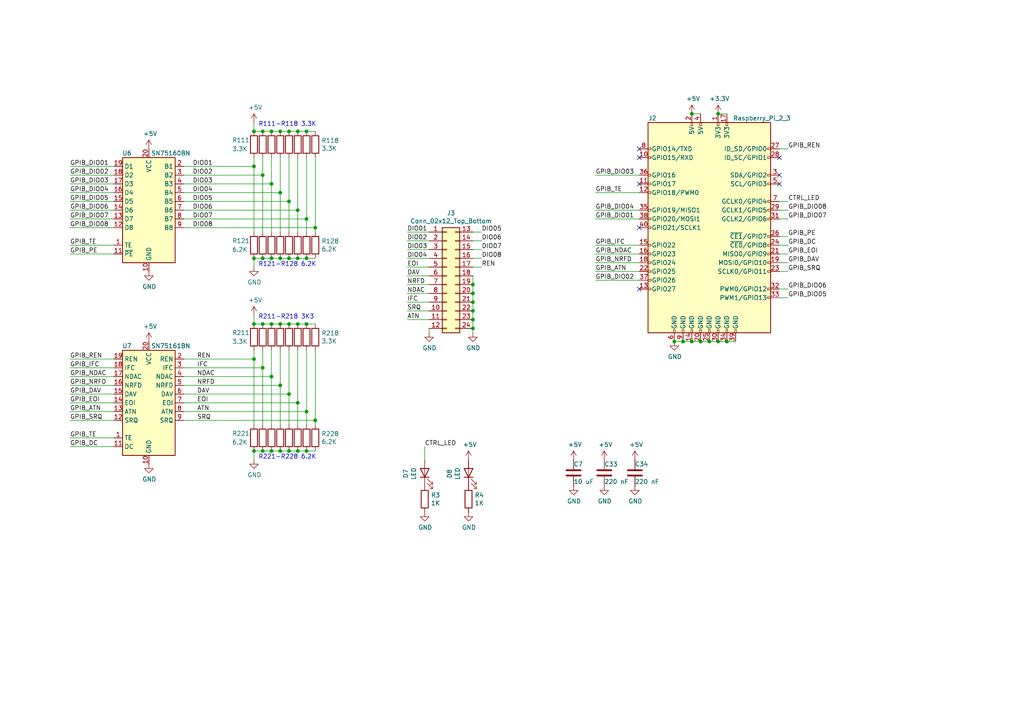
<source format=kicad_sch>
(kicad_sch (version 20211123) (generator eeschema)
  (paper "A4")
  (title_block (title "gpib4pi-1.2") (company "Lightside Instruments AS"))
  (lib_symbols
    (symbol "Connector:Raspberry_Pi_2_3" (pin_names (offset 1.016))
      (property "Reference" "J" (at -17.78 31.75 0))
      (property "Value" "Raspberry_Pi_2_3" (at 10.16 -31.75 0))
      (symbol "Raspberry_Pi_2_3_0_1"
        (rectangle (start -17.78 30.48) (end 17.78 -30.48) (stroke (width 0.254)) (fill (type background)))
      )
      (symbol "Raspberry_Pi_2_3_1_1"
        (rectangle (start -16.891 -17.526) (end -17.78 -18.034))
        (rectangle (start -16.891 -14.986) (end -17.78 -15.494))
        (rectangle (start -16.891 -12.446) (end -17.78 -12.954))
        (rectangle (start -16.891 -9.906) (end -17.78 -10.414))
        (rectangle (start -16.891 -7.366) (end -17.78 -7.874))
        (rectangle (start -16.891 -4.826) (end -17.78 -5.334))
        (rectangle (start -16.891 0.254) (end -17.78 -0.254))
        (rectangle (start -16.891 2.794) (end -17.78 2.286))
        (rectangle (start -16.891 5.334) (end -17.78 4.826))
        (rectangle (start -16.891 10.414) (end -17.78 9.906))
        (rectangle (start -16.891 12.954) (end -17.78 12.446))
        (rectangle (start -16.891 15.494) (end -17.78 14.986))
        (rectangle (start -16.891 20.574) (end -17.78 20.066))
        (rectangle (start -16.891 23.114) (end -17.78 22.606))
        (rectangle (start -10.414 -29.591) (end -9.906 -30.48))
        (rectangle (start -7.874 -29.591) (end -7.366 -30.48))
        (rectangle (start -5.334 -29.591) (end -4.826 -30.48))
        (rectangle (start -5.334 30.48) (end -4.826 29.591))
        (rectangle (start -2.794 -29.591) (end -2.286 -30.48))
        (rectangle (start -2.794 30.48) (end -2.286 29.591))
        (rectangle (start -0.254 -29.591) (end 0.254 -30.48))
        (rectangle (start 2.286 -29.591) (end 2.794 -30.48))
        (rectangle (start 2.286 30.48) (end 2.794 29.591))
        (rectangle (start 4.826 -29.591) (end 5.334 -30.48))
        (rectangle (start 4.826 30.48) (end 5.334 29.591))
        (rectangle (start 7.366 -29.591) (end 7.874 -30.48))
        (rectangle (start 17.78 -20.066) (end 16.891 -20.574))
        (rectangle (start 17.78 -17.526) (end 16.891 -18.034))
        (rectangle (start 17.78 -12.446) (end 16.891 -12.954))
        (rectangle (start 17.78 -9.906) (end 16.891 -10.414))
        (rectangle (start 17.78 -7.366) (end 16.891 -7.874))
        (rectangle (start 17.78 -4.826) (end 16.891 -5.334))
        (rectangle (start 17.78 -2.286) (end 16.891 -2.794))
        (rectangle (start 17.78 2.794) (end 16.891 2.286))
        (rectangle (start 17.78 5.334) (end 16.891 4.826))
        (rectangle (start 17.78 7.874) (end 16.891 7.366))
        (rectangle (start 17.78 12.954) (end 16.891 12.446))
        (rectangle (start 17.78 15.494) (end 16.891 14.986))
        (rectangle (start 17.78 20.574) (end 16.891 20.066))
        (rectangle (start 17.78 23.114) (end 16.891 22.606))
        (pin power_in line (at 2.54 33.02 270) (length 2.54) (name "3V3") (number "1"))
        (pin bidirectional line (at -20.32 20.32 0) (length 2.54) (name "GPIO15/RXD") (number "10"))
        (pin bidirectional line (at -20.32 12.7 0) (length 2.54) (name "GPIO17") (number "11"))
        (pin bidirectional line (at -20.32 10.16 0) (length 2.54) (name "GPIO18/PWM0") (number "12"))
        (pin bidirectional line (at -20.32 -17.78 0) (length 2.54) (name "GPIO27") (number "13"))
        (pin power_in line (at -5.08 -33.02 90) (length 2.54) (name "GND") (number "14"))
        (pin bidirectional line (at -20.32 -5.08 0) (length 2.54) (name "GPIO22") (number "15"))
        (pin bidirectional line (at -20.32 -7.62 0) (length 2.54) (name "GPIO23") (number "16"))
        (pin power_in line (at 5.08 33.02 270) (length 2.54) (name "3V3") (number "17"))
        (pin bidirectional line (at -20.32 -10.16 0) (length 2.54) (name "GPIO24") (number "18"))
        (pin bidirectional line (at 20.32 -10.16 180) (length 2.54) (name "MOSI0/GPIO10") (number "19"))
        (pin power_in line (at -5.08 33.02 270) (length 2.54) (name "5V") (number "2"))
        (pin power_in line (at -2.54 -33.02 90) (length 2.54) (name "GND") (number "20"))
        (pin bidirectional line (at 20.32 -7.62 180) (length 2.54) (name "MISO0/GPIO9") (number "21"))
        (pin bidirectional line (at -20.32 -12.7 0) (length 2.54) (name "GPIO25") (number "22"))
        (pin bidirectional line (at 20.32 -12.7 180) (length 2.54) (name "SCLK0/GPIO11") (number "23"))
        (pin bidirectional line (at 20.32 -5.08 180) (length 2.54) (name "~{CE0}/GPIO8") (number "24"))
        (pin power_in line (at 0 -33.02 90) (length 2.54) (name "GND") (number "25"))
        (pin bidirectional line (at 20.32 -2.54 180) (length 2.54) (name "~{CE1}/GPIO7") (number "26"))
        (pin bidirectional line (at 20.32 22.86 180) (length 2.54) (name "ID_SD/GPIO0") (number "27"))
        (pin bidirectional line (at 20.32 20.32 180) (length 2.54) (name "ID_SC/GPIO1") (number "28"))
        (pin bidirectional line (at 20.32 5.08 180) (length 2.54) (name "GCLK1/GPIO5") (number "29"))
        (pin bidirectional line (at 20.32 15.24 180) (length 2.54) (name "SDA/GPIO2") (number "3"))
        (pin power_in line (at 2.54 -33.02 90) (length 2.54) (name "GND") (number "30"))
        (pin bidirectional line (at 20.32 2.54 180) (length 2.54) (name "GCLK2/GPIO6") (number "31"))
        (pin bidirectional line (at 20.32 -17.78 180) (length 2.54) (name "PWM0/GPIO12") (number "32"))
        (pin bidirectional line (at 20.32 -20.32 180) (length 2.54) (name "PWM1/GPIO13") (number "33"))
        (pin power_in line (at 5.08 -33.02 90) (length 2.54) (name "GND") (number "34"))
        (pin bidirectional line (at -20.32 5.08 0) (length 2.54) (name "GPIO19/MISO1") (number "35"))
        (pin bidirectional line (at -20.32 15.24 0) (length 2.54) (name "GPIO16") (number "36"))
        (pin bidirectional line (at -20.32 -15.24 0) (length 2.54) (name "GPIO26") (number "37"))
        (pin bidirectional line (at -20.32 2.54 0) (length 2.54) (name "GPIO20/MOSI1") (number "38"))
        (pin power_in line (at 7.62 -33.02 90) (length 2.54) (name "GND") (number "39"))
        (pin power_in line (at -2.54 33.02 270) (length 2.54) (name "5V") (number "4"))
        (pin bidirectional line (at -20.32 0 0) (length 2.54) (name "GPIO21/SCLK1") (number "40"))
        (pin bidirectional line (at 20.32 12.7 180) (length 2.54) (name "SCL/GPIO3") (number "5"))
        (pin power_in line (at -10.16 -33.02 90) (length 2.54) (name "GND") (number "6"))
        (pin bidirectional line (at 20.32 7.62 180) (length 2.54) (name "GCLK0/GPIO4") (number "7"))
        (pin bidirectional line (at -20.32 22.86 0) (length 2.54) (name "GPIO14/TXD") (number "8"))
        (pin power_in line (at -7.62 -33.02 90) (length 2.54) (name "GND") (number "9"))
      )
    )
    (symbol "Connector_Generic:Conn_02x12_Top_Bottom" (pin_names (offset 1.016) hide)
      (property "Reference" "J" (at 1.27 15.24 0))
      (property "Value" "Conn_02x12_Top_Bottom" (at 1.27 -17.78 0))
      (symbol "Conn_02x12_Top_Bottom_1_1"
        (rectangle (start -1.27 -15.113) (end 0 -15.367) (stroke (width 0.1524)))
        (rectangle (start -1.27 -12.573) (end 0 -12.827) (stroke (width 0.1524)))
        (rectangle (start -1.27 -10.033) (end 0 -10.287) (stroke (width 0.1524)))
        (rectangle (start -1.27 -7.493) (end 0 -7.747) (stroke (width 0.1524)))
        (rectangle (start -1.27 -4.953) (end 0 -5.207) (stroke (width 0.1524)))
        (rectangle (start -1.27 -2.413) (end 0 -2.667) (stroke (width 0.1524)))
        (rectangle (start -1.27 0.127) (end 0 -0.127) (stroke (width 0.1524)))
        (rectangle (start -1.27 2.667) (end 0 2.413) (stroke (width 0.1524)))
        (rectangle (start -1.27 5.207) (end 0 4.953) (stroke (width 0.1524)))
        (rectangle (start -1.27 7.747) (end 0 7.493) (stroke (width 0.1524)))
        (rectangle (start -1.27 10.287) (end 0 10.033) (stroke (width 0.1524)))
        (rectangle (start -1.27 12.827) (end 0 12.573) (stroke (width 0.1524)))
        (rectangle (start -1.27 13.97) (end 3.81 -16.51) (stroke (width 0.254)) (fill (type background)))
        (rectangle (start 3.81 -15.113) (end 2.54 -15.367) (stroke (width 0.1524)))
        (rectangle (start 3.81 -12.573) (end 2.54 -12.827) (stroke (width 0.1524)))
        (rectangle (start 3.81 -10.033) (end 2.54 -10.287) (stroke (width 0.1524)))
        (rectangle (start 3.81 -7.493) (end 2.54 -7.747) (stroke (width 0.1524)))
        (rectangle (start 3.81 -4.953) (end 2.54 -5.207) (stroke (width 0.1524)))
        (rectangle (start 3.81 -2.413) (end 2.54 -2.667) (stroke (width 0.1524)))
        (rectangle (start 3.81 0.127) (end 2.54 -0.127) (stroke (width 0.1524)))
        (rectangle (start 3.81 2.667) (end 2.54 2.413) (stroke (width 0.1524)))
        (rectangle (start 3.81 5.207) (end 2.54 4.953) (stroke (width 0.1524)))
        (rectangle (start 3.81 7.747) (end 2.54 7.493) (stroke (width 0.1524)))
        (rectangle (start 3.81 10.287) (end 2.54 10.033) (stroke (width 0.1524)))
        (rectangle (start 3.81 12.827) (end 2.54 12.573) (stroke (width 0.1524)))
        (pin passive line (at -5.08 12.7 0) (length 3.81) (name "Pin_1") (number "1"))
        (pin passive line (at -5.08 -10.16 0) (length 3.81) (name "Pin_10") (number "10"))
        (pin passive line (at -5.08 -12.7 0) (length 3.81) (name "Pin_11") (number "11"))
        (pin passive line (at -5.08 -15.24 0) (length 3.81) (name "Pin_12") (number "12"))
        (pin passive line (at 7.62 12.7 180) (length 3.81) (name "Pin_13") (number "13"))
        (pin passive line (at 7.62 10.16 180) (length 3.81) (name "Pin_14") (number "14"))
        (pin passive line (at 7.62 7.62 180) (length 3.81) (name "Pin_15") (number "15"))
        (pin passive line (at 7.62 5.08 180) (length 3.81) (name "Pin_16") (number "16"))
        (pin passive line (at 7.62 2.54 180) (length 3.81) (name "Pin_17") (number "17"))
        (pin passive line (at 7.62 0 180) (length 3.81) (name "Pin_18") (number "18"))
        (pin passive line (at 7.62 -2.54 180) (length 3.81) (name "Pin_19") (number "19"))
        (pin passive line (at -5.08 10.16 0) (length 3.81) (name "Pin_2") (number "2"))
        (pin passive line (at 7.62 -5.08 180) (length 3.81) (name "Pin_20") (number "20"))
        (pin passive line (at 7.62 -7.62 180) (length 3.81) (name "Pin_21") (number "21"))
        (pin passive line (at 7.62 -10.16 180) (length 3.81) (name "Pin_22") (number "22"))
        (pin passive line (at 7.62 -12.7 180) (length 3.81) (name "Pin_23") (number "23"))
        (pin passive line (at 7.62 -15.24 180) (length 3.81) (name "Pin_24") (number "24"))
        (pin passive line (at -5.08 7.62 0) (length 3.81) (name "Pin_3") (number "3"))
        (pin passive line (at -5.08 5.08 0) (length 3.81) (name "Pin_4") (number "4"))
        (pin passive line (at -5.08 2.54 0) (length 3.81) (name "Pin_5") (number "5"))
        (pin passive line (at -5.08 0 0) (length 3.81) (name "Pin_6") (number "6"))
        (pin passive line (at -5.08 -2.54 0) (length 3.81) (name "Pin_7") (number "7"))
        (pin passive line (at -5.08 -5.08 0) (length 3.81) (name "Pin_8") (number "8"))
        (pin passive line (at -5.08 -7.62 0) (length 3.81) (name "Pin_9") (number "9"))
      )
    )
    (symbol "Device:C" (pin_numbers hide) (pin_names (offset 0.254))
      (property "Reference" "C" (at 0.635 2.54 0))
      (property "Value" "C" (at 0.635 -2.54 0))
      (symbol "C_0_1"
        (polyline (pts (xy -2.032 -0.762) (xy 2.032 -0.762)) (stroke (width 0.508)))
        (polyline (pts (xy -2.032 0.762) (xy 2.032 0.762)) (stroke (width 0.508)))
      )
      (symbol "C_1_1"
        (pin passive line (at 0 3.81 270) (length 2.794) (name "~") (number "1"))
        (pin passive line (at 0 -3.81 90) (length 2.794) (name "~") (number "2"))
      )
    )
    (symbol "Device:LED" (pin_numbers hide) (pin_names (offset 1.016) hide)
      (property "Reference" "D" (at 0 2.54 0))
      (property "Value" "LED" (at 0 -2.54 0))
      (symbol "LED_0_1"
        (polyline (pts (xy -1.27 -1.27) (xy -1.27 1.27)) (stroke (width 0.254)))
        (polyline (pts (xy -1.27 0) (xy 1.27 0)))
        (polyline (pts (xy 1.27 -1.27) (xy 1.27 1.27) (xy -1.27 0) (xy 1.27 -1.27)) (stroke (width 0.254)))
        (polyline (pts (xy -3.048 -0.762) (xy -4.572 -2.286) (xy -3.81 -2.286) (xy -4.572 -2.286) (xy -4.572 -1.524)))
        (polyline (pts (xy -1.778 -0.762) (xy -3.302 -2.286) (xy -2.54 -2.286) (xy -3.302 -2.286) (xy -3.302 -1.524)))
      )
      (symbol "LED_1_1"
        (pin passive line (at -3.81 0 0) (length 2.54) (name "K") (number "1"))
        (pin passive line (at 3.81 0 180) (length 2.54) (name "A") (number "2"))
      )
    )
    (symbol "Device:R" (pin_numbers hide) (pin_names (offset 0))
      (property "Reference" "R" (at 2.032 0 90))
      (property "Value" "R" (at 0 0 90))
      (symbol "R_0_1"
        (rectangle (start -1.016 -2.54) (end 1.016 2.54) (stroke (width 0.254)))
      )
      (symbol "R_1_1"
        (pin passive line (at 0 3.81 270) (length 1.27) (name "~") (number "1"))
        (pin passive line (at 0 -3.81 90) (length 1.27) (name "~") (number "2"))
      )
    )
    (symbol "Interface:SN75160BN"
      (property "Reference" "U" (at -3.81 19.05 0))
      (property "Value" "SN75160BN" (at -7.62 16.51 0))
      (symbol "SN75160BN_1_1"
        (rectangle (start -7.62 15.24) (end 7.62 -15.24) (stroke (width 0.254)) (fill (type background)))
        (pin input line (at -10.16 -10.16 0) (length 2.54) (name "TE") (number "1"))
        (pin power_in line (at 0 -17.78 90) (length 2.54) (name "GND") (number "10"))
        (pin input line (at -10.16 -12.7 0) (length 2.54) (name "~{PE}") (number "11"))
        (pin bidirectional line (at -10.16 -5.08 0) (length 2.54) (name "D8") (number "12"))
        (pin bidirectional line (at -10.16 -2.54 0) (length 2.54) (name "D7") (number "13"))
        (pin bidirectional line (at -10.16 0 0) (length 2.54) (name "D6") (number "14"))
        (pin bidirectional line (at -10.16 2.54 0) (length 2.54) (name "D5") (number "15"))
        (pin bidirectional line (at -10.16 5.08 0) (length 2.54) (name "D4") (number "16"))
        (pin bidirectional line (at -10.16 7.62 0) (length 2.54) (name "D3") (number "17"))
        (pin bidirectional line (at -10.16 10.16 0) (length 2.54) (name "D2") (number "18"))
        (pin bidirectional line (at -10.16 12.7 0) (length 2.54) (name "D1") (number "19"))
        (pin bidirectional line (at 10.16 12.7 180) (length 2.54) (name "B1") (number "2"))
        (pin power_in line (at 0 17.78 270) (length 2.54) (name "VCC") (number "20"))
        (pin bidirectional line (at 10.16 10.16 180) (length 2.54) (name "B2") (number "3"))
        (pin bidirectional line (at 10.16 7.62 180) (length 2.54) (name "B3") (number "4"))
        (pin bidirectional line (at 10.16 5.08 180) (length 2.54) (name "B4") (number "5"))
        (pin bidirectional line (at 10.16 2.54 180) (length 2.54) (name "B5") (number "6"))
        (pin bidirectional line (at 10.16 0 180) (length 2.54) (name "B6") (number "7"))
        (pin bidirectional line (at 10.16 -2.54 180) (length 2.54) (name "B7") (number "8"))
        (pin bidirectional line (at 10.16 -5.08 180) (length 2.54) (name "B8") (number "9"))
      )
    )
    (symbol "ice4pi:SN75161BN"
      (property "Reference" "U" (at -3.81 19.05 0))
      (property "Value" "SN75161BN" (at -7.62 16.51 0))
      (symbol "SN75161BN_1_1"
        (rectangle (start -7.62 15.24) (end 7.62 -15.24) (stroke (width 0.254)) (fill (type background)))
        (pin input line (at -10.16 -10.16 0) (length 2.54) (name "TE") (number "1"))
        (pin power_in line (at 0 -17.78 90) (length 2.54) (name "GND") (number "10"))
        (pin input line (at -10.16 -12.7 0) (length 2.54) (name "DC") (number "11"))
        (pin bidirectional line (at -10.16 -5.08 0) (length 2.54) (name "SRQ") (number "12"))
        (pin bidirectional line (at -10.16 -2.54 0) (length 2.54) (name "ATN") (number "13"))
        (pin bidirectional line (at -10.16 0 0) (length 2.54) (name "EOI") (number "14"))
        (pin bidirectional line (at -10.16 2.54 0) (length 2.54) (name "DAV") (number "15"))
        (pin bidirectional line (at -10.16 5.08 0) (length 2.54) (name "NRFD") (number "16"))
        (pin bidirectional line (at -10.16 7.62 0) (length 2.54) (name "NDAC") (number "17"))
        (pin bidirectional line (at -10.16 10.16 0) (length 2.54) (name "IFC") (number "18"))
        (pin bidirectional line (at -10.16 12.7 0) (length 2.54) (name "REN") (number "19"))
        (pin tri_state line (at 10.16 12.7 180) (length 2.54) (name "REN") (number "2"))
        (pin power_in line (at 0 17.78 270) (length 2.54) (name "VCC") (number "20"))
        (pin tri_state line (at 10.16 10.16 180) (length 2.54) (name "IFC") (number "3"))
        (pin tri_state line (at 10.16 7.62 180) (length 2.54) (name "NDAC") (number "4"))
        (pin tri_state line (at 10.16 5.08 180) (length 2.54) (name "NRFD") (number "5"))
        (pin tri_state line (at 10.16 2.54 180) (length 2.54) (name "DAV") (number "6"))
        (pin tri_state line (at 10.16 0 180) (length 2.54) (name "EOI") (number "7"))
        (pin tri_state line (at 10.16 -2.54 180) (length 2.54) (name "ATN") (number "8"))
        (pin tri_state line (at 10.16 -5.08 180) (length 2.54) (name "SRQ") (number "9"))
      )
    )
    (symbol "power:+3.3V" (power) (pin_names (offset 0))
      (property "Value" "+3.3V" (at 0 3.556 0))
      (symbol "+3.3V_0_1"
        (polyline (pts (xy -0.762 1.27) (xy 0 2.54)))
        (polyline (pts (xy 0 0) (xy 0 2.54)))
        (polyline (pts (xy 0 2.54) (xy 0.762 1.27)))
      )
      (symbol "+3.3V_1_1"
        (pin power_in line (at 0 0 90) (length 0) hide (name "+3.3V") (number "1"))
      )
    )
    (symbol "power:+5V" (power) (pin_names (offset 0))
      (property "Value" "+5V" (at 0 3.556 0))
      (symbol "+5V_0_1"
        (polyline (pts (xy -0.762 1.27) (xy 0 2.54)))
        (polyline (pts (xy 0 0) (xy 0 2.54)))
        (polyline (pts (xy 0 2.54) (xy 0.762 1.27)))
      )
      (symbol "+5V_1_1"
        (pin power_in line (at 0 0 90) (length 0) hide (name "+5V") (number "1"))
      )
    )
    (symbol "power:GND" (power) (pin_names (offset 0))
      (property "Value" "GND" (at 0 -3.81 0))
      (symbol "GND_0_1"
        (polyline (pts (xy 0 0) (xy 0 -1.27) (xy 1.27 -1.27) (xy 0 -2.54) (xy -1.27 -1.27) (xy 0 -1.27)))
      )
      (symbol "GND_1_1"
        (pin power_in line (at 0 0 270) (length 0) hide (name "GND") (number "1"))
      )
    )
  )
  (junction (at 137.16 90.17))
  (junction (at 83.82 58.42))
  (junction (at 81.28 130.81))
  (junction (at 81.28 111.76))
  (junction (at 73.66 130.81))
  (junction (at 91.44 66.04))
  (junction (at 86.36 93.98))
  (junction (at 83.82 93.98))
  (junction (at 76.2 93.98))
  (junction (at 73.66 38.1))
  (junction (at 91.44 121.92))
  (junction (at 81.28 74.93))
  (junction (at 81.28 93.98))
  (junction (at 198.12 99.06))
  (junction (at 73.66 93.98))
  (junction (at 83.82 38.1))
  (junction (at 200.66 33.02))
  (junction (at 195.58 99.06))
  (junction (at 86.36 38.1))
  (junction (at 73.66 104.14))
  (junction (at 137.16 82.55))
  (junction (at 78.74 53.34))
  (junction (at 137.16 85.09))
  (junction (at 78.74 38.1))
  (junction (at 137.16 87.63))
  (junction (at 86.36 116.84))
  (junction (at 83.82 130.81))
  (junction (at 203.2 99.06))
  (junction (at 208.28 99.06))
  (junction (at 205.74 99.06))
  (junction (at 86.36 74.93))
  (junction (at 78.74 74.93))
  (junction (at 73.66 74.93))
  (junction (at 88.9 74.93))
  (junction (at 200.66 99.06))
  (junction (at 73.66 48.26))
  (junction (at 76.2 74.93))
  (junction (at 88.9 38.1))
  (junction (at 78.74 130.81))
  (junction (at 88.9 63.5))
  (junction (at 81.28 38.1))
  (junction (at 208.28 33.02))
  (junction (at 76.2 106.68))
  (junction (at 78.74 109.22))
  (junction (at 137.16 95.25))
  (junction (at 86.36 130.81))
  (junction (at 86.36 60.96))
  (junction (at 76.2 50.8))
  (junction (at 210.82 99.06))
  (junction (at 83.82 114.3))
  (junction (at 137.16 92.71))
  (junction (at 88.9 93.98))
  (junction (at 88.9 130.81))
  (junction (at 83.82 74.93))
  (junction (at 76.2 130.81))
  (junction (at 78.74 93.98))
  (junction (at 88.9 119.38))
  (junction (at 76.2 38.1))
  (junction (at 81.28 55.88))
  (no_connect (at 185.42 53.34))
  (no_connect (at 185.42 45.72))
  (no_connect (at 185.42 43.18))
  (no_connect (at 185.42 83.82))
  (no_connect (at 226.06 45.72))
  (no_connect (at 185.42 66.04))
  (no_connect (at 226.06 53.34))
  (no_connect (at 226.06 50.8))
  (wire (pts (xy 76.2 38.1) (xy 73.66 38.1)))
  (wire (pts (xy 124.46 69.85) (xy 118.11 69.85)))
  (wire (pts (xy 210.82 33.02) (xy 208.28 33.02)))
  (wire (pts (xy 172.72 71.12) (xy 185.42 71.12)))
  (wire (pts (xy 81.28 111.76) (xy 81.28 123.19)))
  (wire (pts (xy 20.32 63.5) (xy 33.02 63.5)))
  (wire (pts (xy 139.7 67.31) (xy 137.16 67.31)))
  (wire (pts (xy 20.32 48.26) (xy 33.02 48.26)))
  (wire (pts (xy 53.34 58.42) (xy 83.82 58.42)))
  (wire (pts (xy 73.66 74.93) (xy 76.2 74.93)))
  (wire (pts (xy 81.28 130.81) (xy 83.82 130.81)))
  (wire (pts (xy 203.2 99.06) (xy 200.66 99.06)))
  (wire (pts (xy 137.16 77.47) (xy 139.7 77.47)))
  (wire (pts (xy 20.32 50.8) (xy 33.02 50.8)))
  (wire (pts (xy 91.44 38.1) (xy 88.9 38.1)))
  (wire (pts (xy 53.34 104.14) (xy 73.66 104.14)))
  (wire (pts (xy 88.9 119.38) (xy 88.9 123.19)))
  (wire (pts (xy 228.6 43.18) (xy 226.06 43.18)))
  (wire (pts (xy 81.28 111.76) (xy 81.28 101.6)))
  (wire (pts (xy 200.66 99.06) (xy 198.12 99.06)))
  (wire (pts (xy 86.36 116.84) (xy 86.36 123.19)))
  (wire (pts (xy 53.34 50.8) (xy 76.2 50.8)))
  (wire (pts (xy 124.46 87.63) (xy 118.11 87.63)))
  (wire (pts (xy 53.34 109.22) (xy 78.74 109.22)))
  (wire (pts (xy 172.72 73.66) (xy 185.42 73.66)))
  (wire (pts (xy 53.34 53.34) (xy 78.74 53.34)))
  (wire (pts (xy 91.44 121.92) (xy 91.44 101.6)))
  (wire (pts (xy 86.36 60.96) (xy 86.36 45.72)))
  (wire (pts (xy 53.34 55.88) (xy 81.28 55.88)))
  (wire (pts (xy 86.36 130.81) (xy 88.9 130.81)))
  (wire (pts (xy 20.32 53.34) (xy 33.02 53.34)))
  (wire (pts (xy 91.44 66.04) (xy 91.44 67.31)))
  (wire (pts (xy 91.44 66.04) (xy 91.44 45.72)))
  (wire (pts (xy 76.2 130.81) (xy 78.74 130.81)))
  (wire (pts (xy 83.82 58.42) (xy 83.82 45.72)))
  (wire (pts (xy 78.74 38.1) (xy 76.2 38.1)))
  (wire (pts (xy 20.32 104.14) (xy 33.02 104.14)))
  (wire (pts (xy 73.66 133.35) (xy 73.66 130.81)))
  (wire (pts (xy 81.28 55.88) (xy 81.28 45.72)))
  (wire (pts (xy 205.74 99.06) (xy 203.2 99.06)))
  (wire (pts (xy 78.74 93.98) (xy 76.2 93.98)))
  (wire (pts (xy 53.34 114.3) (xy 83.82 114.3)))
  (wire (pts (xy 78.74 109.22) (xy 78.74 123.19)))
  (wire (pts (xy 20.32 58.42) (xy 33.02 58.42)))
  (wire (pts (xy 208.28 99.06) (xy 205.74 99.06)))
  (wire (pts (xy 137.16 90.17) (xy 137.16 87.63)))
  (wire (pts (xy 88.9 74.93) (xy 91.44 74.93)))
  (wire (pts (xy 137.16 87.63) (xy 137.16 85.09)))
  (wire (pts (xy 124.46 77.47) (xy 118.11 77.47)))
  (wire (pts (xy 228.6 78.74) (xy 226.06 78.74)))
  (wire (pts (xy 53.34 119.38) (xy 88.9 119.38)))
  (wire (pts (xy 172.72 60.96) (xy 185.42 60.96)))
  (wire (pts (xy 20.32 127) (xy 33.02 127)))
  (wire (pts (xy 124.46 82.55) (xy 118.11 82.55)))
  (wire (pts (xy 81.28 55.88) (xy 81.28 67.31)))
  (wire (pts (xy 137.16 92.71) (xy 137.16 90.17)))
  (wire (pts (xy 83.82 130.81) (xy 86.36 130.81)))
  (wire (pts (xy 228.6 63.5) (xy 226.06 63.5)))
  (wire (pts (xy 73.66 130.81) (xy 76.2 130.81)))
  (wire (pts (xy 20.32 114.3) (xy 33.02 114.3)))
  (wire (pts (xy 139.7 72.39) (xy 137.16 72.39)))
  (wire (pts (xy 33.02 66.04) (xy 20.32 66.04)))
  (wire (pts (xy 20.32 71.12) (xy 33.02 71.12)))
  (wire (pts (xy 172.72 50.8) (xy 185.42 50.8)))
  (wire (pts (xy 228.6 68.58) (xy 226.06 68.58)))
  (wire (pts (xy 198.12 99.06) (xy 195.58 99.06)))
  (wire (pts (xy 124.46 80.01) (xy 118.11 80.01)))
  (wire (pts (xy 124.46 85.09) (xy 118.11 85.09)))
  (wire (pts (xy 88.9 93.98) (xy 86.36 93.98)))
  (wire (pts (xy 124.46 74.93) (xy 118.11 74.93)))
  (wire (pts (xy 139.7 74.93) (xy 137.16 74.93)))
  (wire (pts (xy 86.36 116.84) (xy 86.36 101.6)))
  (wire (pts (xy 76.2 50.8) (xy 76.2 45.72)))
  (wire (pts (xy 124.46 72.39) (xy 118.11 72.39)))
  (wire (pts (xy 76.2 50.8) (xy 76.2 67.31)))
  (wire (pts (xy 20.32 119.38) (xy 33.02 119.38)))
  (wire (pts (xy 33.02 121.92) (xy 20.32 121.92)))
  (wire (pts (xy 86.36 93.98) (xy 83.82 93.98)))
  (wire (pts (xy 20.32 109.22) (xy 33.02 109.22)))
  (wire (pts (xy 20.32 55.88) (xy 33.02 55.88)))
  (wire (pts (xy 124.46 92.71) (xy 118.11 92.71)))
  (wire (pts (xy 137.16 95.25) (xy 137.16 92.71)))
  (wire (pts (xy 53.34 121.92) (xy 91.44 121.92)))
  (wire (pts (xy 53.34 66.04) (xy 91.44 66.04)))
  (wire (pts (xy 213.36 99.06) (xy 210.82 99.06)))
  (wire (pts (xy 228.6 86.36) (xy 226.06 86.36)))
  (wire (pts (xy 78.74 53.34) (xy 78.74 67.31)))
  (wire (pts (xy 228.6 76.2) (xy 226.06 76.2)))
  (wire (pts (xy 137.16 96.52) (xy 137.16 95.25)))
  (wire (pts (xy 81.28 74.93) (xy 83.82 74.93)))
  (wire (pts (xy 78.74 53.34) (xy 78.74 45.72)))
  (wire (pts (xy 172.72 78.74) (xy 185.42 78.74)))
  (wire (pts (xy 73.66 93.98) (xy 73.66 91.44)))
  (wire (pts (xy 228.6 83.82) (xy 226.06 83.82)))
  (wire (pts (xy 81.28 93.98) (xy 78.74 93.98)))
  (wire (pts (xy 76.2 106.68) (xy 76.2 101.6)))
  (wire (pts (xy 91.44 121.92) (xy 91.44 123.19)))
  (wire (pts (xy 20.32 111.76) (xy 33.02 111.76)))
  (wire (pts (xy 53.34 116.84) (xy 86.36 116.84)))
  (wire (pts (xy 20.32 60.96) (xy 33.02 60.96)))
  (wire (pts (xy 88.9 119.38) (xy 88.9 101.6)))
  (wire (pts (xy 124.46 90.17) (xy 118.11 90.17)))
  (wire (pts (xy 203.2 33.02) (xy 200.66 33.02)))
  (wire (pts (xy 73.66 38.1) (xy 73.66 35.56)))
  (wire (pts (xy 20.32 73.66) (xy 33.02 73.66)))
  (wire (pts (xy 78.74 74.93) (xy 81.28 74.93)))
  (wire (pts (xy 124.46 67.31) (xy 118.11 67.31)))
  (wire (pts (xy 73.66 48.26) (xy 73.66 67.31)))
  (wire (pts (xy 78.74 130.81) (xy 81.28 130.81)))
  (wire (pts (xy 228.6 58.42) (xy 226.06 58.42)))
  (wire (pts (xy 20.32 116.84) (xy 33.02 116.84)))
  (wire (pts (xy 228.6 60.96) (xy 226.06 60.96)))
  (wire (pts (xy 78.74 109.22) (xy 78.74 101.6)))
  (wire (pts (xy 88.9 38.1) (xy 86.36 38.1)))
  (wire (pts (xy 53.34 111.76) (xy 81.28 111.76)))
  (wire (pts (xy 83.82 58.42) (xy 83.82 67.31)))
  (wire (pts (xy 139.7 69.85) (xy 137.16 69.85)))
  (wire (pts (xy 172.72 81.28) (xy 185.42 81.28)))
  (wire (pts (xy 210.82 99.06) (xy 208.28 99.06)))
  (wire (pts (xy 88.9 63.5) (xy 88.9 67.31)))
  (wire (pts (xy 76.2 93.98) (xy 73.66 93.98)))
  (wire (pts (xy 228.6 73.66) (xy 226.06 73.66)))
  (wire (pts (xy 20.32 129.54) (xy 33.02 129.54)))
  (wire (pts (xy 76.2 74.93) (xy 78.74 74.93)))
  (wire (pts (xy 88.9 63.5) (xy 88.9 45.72)))
  (wire (pts (xy 73.66 77.47) (xy 73.66 74.93)))
  (wire (pts (xy 172.72 63.5) (xy 185.42 63.5)))
  (wire (pts (xy 53.34 106.68) (xy 76.2 106.68)))
  (wire (pts (xy 123.19 133.35) (xy 123.19 129.54)))
  (wire (pts (xy 124.46 96.52) (xy 124.46 95.25)))
  (wire (pts (xy 86.36 60.96) (xy 86.36 67.31)))
  (wire (pts (xy 172.72 55.88) (xy 185.42 55.88)))
  (wire (pts (xy 73.66 104.14) (xy 73.66 123.19)))
  (wire (pts (xy 53.34 60.96) (xy 86.36 60.96)))
  (wire (pts (xy 137.16 82.55) (xy 137.16 80.01)))
  (wire (pts (xy 83.82 114.3) (xy 83.82 101.6)))
  (wire (pts (xy 172.72 76.2) (xy 185.42 76.2)))
  (wire (pts (xy 86.36 38.1) (xy 83.82 38.1)))
  (wire (pts (xy 53.34 48.26) (xy 73.66 48.26)))
  (wire (pts (xy 88.9 130.81) (xy 91.44 130.81)))
  (wire (pts (xy 137.16 85.09) (xy 137.16 82.55)))
  (wire (pts (xy 73.66 48.26) (xy 73.66 45.72)))
  (wire (pts (xy 83.82 114.3) (xy 83.82 123.19)))
  (wire (pts (xy 91.44 93.98) (xy 88.9 93.98)))
  (wire (pts (xy 83.82 38.1) (xy 81.28 38.1)))
  (wire (pts (xy 73.66 104.14) (xy 73.66 101.6)))
  (wire (pts (xy 53.34 63.5) (xy 88.9 63.5)))
  (wire (pts (xy 226.06 71.12) (xy 228.6 71.12)))
  (wire (pts (xy 20.32 106.68) (xy 33.02 106.68)))
  (wire (pts (xy 83.82 93.98) (xy 81.28 93.98)))
  (wire (pts (xy 81.28 38.1) (xy 78.74 38.1)))
  (wire (pts (xy 86.36 74.93) (xy 88.9 74.93)))
  (wire (pts (xy 76.2 106.68) (xy 76.2 123.19)))
  (wire (pts (xy 83.82 74.93) (xy 86.36 74.93)))
  (text "R111-R118 3.3K" (at 74.93 36.83 0) (effects (font (size 1.27 1.27)) (justify left bottom)))
  (text "R121-R128 6.2K" (at 74.93 77.47 0) (effects (font (size 1.27 1.27)) (justify left bottom)))
  (text "R211-R218 3K3" (at 74.93 92.71 0) (effects (font (size 1.27 1.27)) (justify left bottom)))
  (text "R221-R228 6.2K" (at 74.93 133.35 0) (effects (font (size 1.27 1.27)) (justify left bottom)))
  (label "CTRL_LED" (at 123.19 129.54 0))
  (label "GPIB_DIO05" (at 20.32 58.42 0))
  (label "GPIB_REN" (at 20.32 104.14 0))
  (label "GPIB_DC" (at 20.32 129.54 0))
  (label "DAV" (at 57.15 114.3 0))
  (label "DIO01" (at 55.88 48.26 0))
  (label "DIO01" (at 118.11 67.31 0))
  (label "EOI" (at 118.11 77.47 0))
  (label "GPIB_DIO08" (at 228.6 60.96 0))
  (label "IFC" (at 118.11 87.63 0))
  (label "GPIB_EOI" (at 20.32 116.84 0))
  (label "GPIB_DIO06" (at 20.32 60.96 0))
  (label "GPIB_DC" (at 228.6 71.12 0))
  (label "DAV" (at 118.11 80.01 0))
  (label "GPIB_NDAC" (at 20.32 109.22 0))
  (label "REN" (at 57.15 104.14 0))
  (label "GPIB_DIO01" (at 20.32 48.26 0))
  (label "GPIB_SRQ" (at 20.32 121.92 0))
  (label "GPIB_NDAC" (at 172.72 73.66 0))
  (label "DIO02" (at 118.11 69.85 0))
  (label "GPIB_EOI" (at 228.6 73.66 0))
  (label "GPIB_DIO06" (at 228.6 83.82 0))
  (label "GPIB_DIO02" (at 172.72 81.28 0))
  (label "GPIB_TE" (at 20.32 71.12 0))
  (label "GPIB_ATN" (at 20.32 119.38 0))
  (label "GPIB_DIO02" (at 20.32 50.8 0))
  (label "CTRL_LED" (at 228.6 58.42 0))
  (label "DIO04" (at 55.88 55.88 0))
  (label "GPIB_SRQ" (at 228.6 78.74 0))
  (label "GPIB_DIO04" (at 172.72 60.96 0))
  (label "ATN" (at 118.11 92.71 0))
  (label "EOI" (at 57.15 116.84 0))
  (label "SRQ" (at 57.15 121.92 0))
  (label "GPIB_PE" (at 228.6 68.58 0))
  (label "GPIB_IFC" (at 20.32 106.68 0))
  (label "GPIB_DIO05" (at 228.6 86.36 0))
  (label "DIO04" (at 118.11 74.93 0))
  (label "GPIB_DIO03" (at 20.32 53.34 0))
  (label "DIO06" (at 139.7 69.85 0))
  (label "NDAC" (at 57.15 109.22 0))
  (label "GPIB_DIO07" (at 228.6 63.5 0))
  (label "GPIB_DIO01" (at 172.72 63.5 0))
  (label "DIO07" (at 55.88 63.5 0))
  (label "GPIB_NRFD" (at 172.72 76.2 0))
  (label "GPIB_DIO07" (at 20.32 63.5 0))
  (label "DIO05" (at 139.7 67.31 0))
  (label "GPIB_DIO03" (at 172.72 50.8 0))
  (label "DIO08" (at 139.7 74.93 0))
  (label "GPIB_DAV" (at 228.6 76.2 0))
  (label "NDAC" (at 118.11 85.09 0))
  (label "IFC" (at 57.15 106.68 0))
  (label "GPIB_TE" (at 20.32 127 0))
  (label "SRQ" (at 118.11 90.17 0))
  (label "GPIB_ATN" (at 172.72 78.74 0))
  (label "GPIB_PE" (at 20.32 73.66 0))
  (label "DIO03" (at 118.11 72.39 0))
  (label "NRFD" (at 118.11 82.55 0))
  (label "DIO06" (at 55.88 60.96 0))
  (label "GPIB_NRFD" (at 20.32 111.76 0))
  (label "DIO02" (at 55.88 50.8 0))
  (label "NRFD" (at 57.15 111.76 0))
  (label "GPIB_REN" (at 228.6 43.18 0))
  (label "REN" (at 139.7 77.47 0))
  (label "GPIB_DIO04" (at 20.32 55.88 0))
  (label "DIO03" (at 55.88 53.34 0))
  (label "ATN" (at 57.15 119.38 0))
  (label "DIO05" (at 55.88 58.42 0))
  (label "GPIB_DAV" (at 20.32 114.3 0))
  (label "DIO08" (at 55.88 66.04 0))
  (label "DIO07" (at 139.7 72.39 0))
  (label "GPIB_DIO08" (at 20.32 66.04 0))
  (label "GPIB_IFC" (at 172.72 71.12 0))
  (label "GPIB_TE" (at 172.72 55.88 0))
  (symbol (lib_id "power:+3.3V") (at 208.28 33.02 0) (unit 1)
    (property "Reference" "#PWR0133" (effects hide))
    (property "Value" "+3.3V" (at 208.661 28.6258 0))
  )
  (symbol (lib_id "Connector:Raspberry_Pi_2_3") (at 205.74 66.04 0) (unit 1)
    (property "Reference" "J2" (at 189.23 34.29 0))
    (property "Value" "Raspberry_Pi_2_3" (at 220.98 34.29 0))
    (property "Footprint" "ice4pi:PinSocket_2x20_P2.54mm_Vertical_1_04mm" (effects hide))
    (property "Datasheet" "https://www.raspberrypi.org/documentation/hardware/raspberrypi/schematics/rpi_SCH_3bplus_1p0_reduced.pdf" (effects hide))
    (property "PN" "SSW-120-01-T-D-006" (effects hide))
  )
  (symbol (lib_id "power:+5V") (at 200.66 33.02 0) (unit 1)
    (property "Reference" "#PWR0137" (effects hide))
    (property "Value" "+5V" (at 201.041 28.6258 0))
  )
  (symbol (lib_id "power:GND") (at 195.58 99.06 0) (unit 1)
    (property "Reference" "#PWR0142" (effects hide))
    (property "Value" "GND" (at 195.707 103.4542 0))
  )
  (symbol (lib_id "Connector_Generic:Conn_02x12_Top_Bottom") (at 129.54 80.01 0) (unit 1)
    (property "Reference" "J3" (at 130.81 61.7982 0))
    (property "Value" "Conn_02x12_Top_Bottom" (at 130.81 64.1096 0))
    (property "Footprint" "ice4pi:centronix-24-male" (effects hide))
  )
  (symbol (lib_id "Interface:SN75160BN") (at 43.18 60.96 0) (unit 1)
    (property "Reference" "U6" (at 36.83 44.45 0))
    (property "Value" "SN75160BN" (at 49.53 44.45 0))
    (property "Footprint" "Package_DIP:DIP-20_W7.62mm" (effects hide))
    (property "Datasheet" "http://www.ti.com/lit/ds/symlink/sn75160b.pdf" (effects hide))
  )
  (symbol (lib_id "ice4pi:SN75161BN") (at 43.18 116.84 0) (unit 1)
    (property "Reference" "U7" (at 36.83 100.33 0))
    (property "Value" "SN75161BN" (at 49.53 100.33 0))
    (property "Footprint" "Package_DIP:DIP-20_W7.62mm" (effects hide))
  )
  (symbol (lib_id "power:GND") (at 43.18 134.62 0) (unit 1)
    (property "Reference" "#PWR0145" (effects hide))
    (property "Value" "GND" (at 43.307 139.0142 0))
  )
  (symbol (lib_id "power:GND") (at 43.18 78.74 0) (unit 1)
    (property "Reference" "#PWR0146" (effects hide))
    (property "Value" "GND" (at 43.307 83.1342 0))
  )
  (symbol (lib_id "power:GND") (at 137.16 96.52 0) (unit 1)
    (property "Reference" "#PWR0147" (effects hide))
    (property "Value" "GND" (at 137.287 100.9142 0))
  )
  (symbol (lib_id "Device:R") (at 123.19 144.78 0) (unit 1)
    (property "Reference" "R3" (at 124.968 143.6116 0) (effects (justify left)))
    (property "Value" "1K" (at 124.968 145.923 0) (effects (justify left)))
    (property "Footprint" "Resistor_SMD:R_0402_1005Metric" (effects hide))
    (property "PN" "ERJ-2GEJ102X " (effects hide))
  )
  (symbol (lib_id "power:GND") (at 123.19 148.59 0) (unit 1)
    (property "Reference" "#PWR0153" (effects hide))
    (property "Value" "GND" (at 123.317 152.9842 0))
  )
  (symbol (lib_id "Device:LED") (at 123.19 137.16 90) (unit 1)
    (property "Reference" "D7" (at 117.6782 137.3886 0))
    (property "Value" "LED" (at 119.9896 137.3886 0))
    (property "Footprint" "LED_SMD:LED_0603_1608Metric" (effects hide))
    (property "PN" "150060VS55040" (effects hide))
  )
  (symbol (lib_id "power:GND") (at 124.46 96.52 0) (unit 1)
    (property "Reference" "#PWR0148" (effects hide))
    (property "Value" "GND" (at 124.587 100.9142 0))
  )
  (symbol (lib_id "Device:R") (at 135.89 144.78 0) (unit 1)
    (property "Reference" "R4" (at 137.668 143.6116 0) (effects (justify left)))
    (property "Value" "1K" (at 137.668 145.923 0) (effects (justify left)))
    (property "Footprint" "Resistor_SMD:R_0402_1005Metric" (effects hide))
    (property "PN" "ERJ-2GEJ102X " (effects hide))
  )
  (symbol (lib_id "power:GND") (at 135.89 148.59 0) (unit 1)
    (property "Reference" "#PWR0154" (effects hide))
    (property "Value" "GND" (at 136.017 152.9842 0))
  )
  (symbol (lib_id "Device:LED") (at 135.89 137.16 90) (unit 1)
    (property "Reference" "D8" (at 130.3782 137.3886 0))
    (property "Value" "LED" (at 132.6896 137.3886 0))
    (property "Footprint" "LED_SMD:LED_0603_1608Metric" (effects hide))
    (property "PN" "150060RS55040" (effects hide))
  )
  (symbol (lib_id "power:+5V") (at 135.89 133.35 0) (unit 1)
    (property "Reference" "#PWR0155" (effects hide))
    (property "Value" "+5V" (at 136.271 128.9558 0))
  )
  (symbol (lib_id "Device:C") (at 175.26 137.16 0) (unit 1)
    (property "Reference" "C33" (at 175.26 134.62 0) (effects (justify left)))
    (property "Value" "220 nF" (at 175.26 139.7 0) (effects (justify left)))
    (property "Footprint" "Capacitor_SMD:C_0402_1005Metric" (effects hide))
  )
  (symbol (lib_id "Device:C") (at 184.15 137.16 0) (unit 1)
    (property "Reference" "C34" (at 184.15 134.62 0) (effects (justify left)))
    (property "Value" "220 nF" (at 184.15 139.7 0) (effects (justify left)))
    (property "Footprint" "Capacitor_SMD:C_0402_1005Metric" (effects hide))
  )
  (symbol (lib_id "power:GND") (at 184.15 140.97 0) (unit 1)
    (property "Reference" "#PWR0156" (effects hide))
    (property "Value" "GND" (at 184.277 145.3642 0))
  )
  (symbol (lib_id "power:GND") (at 175.26 140.97 0) (unit 1)
    (property "Reference" "#PWR0157" (effects hide))
    (property "Value" "GND" (at 175.387 145.3642 0))
  )
  (symbol (lib_id "power:+5V") (at 175.26 133.35 0) (unit 1)
    (property "Reference" "#PWR0158" (effects hide))
    (property "Value" "+5V" (at 175.641 128.9558 0))
  )
  (symbol (lib_id "power:+5V") (at 184.15 133.35 0) (unit 1)
    (property "Reference" "#PWR0159" (effects hide))
    (property "Value" "+5V" (at 184.531 128.9558 0))
  )
  (symbol (lib_id "Device:C") (at 166.37 137.16 0) (unit 1)
    (property "Reference" "C7" (at 166.37 134.62 0) (effects (justify left)))
    (property "Value" "10 uF" (at 166.37 139.7 0) (effects (justify left)))
    (property "Footprint" "Capacitor_SMD:C_0402_1005Metric" (effects hide))
  )
  (symbol (lib_id "power:+5V") (at 166.37 133.35 0) (unit 1)
    (property "Reference" "#PWR0160" (effects hide))
    (property "Value" "+5V" (at 166.751 128.9558 0))
  )
  (symbol (lib_id "power:GND") (at 166.37 140.97 0) (unit 1)
    (property "Reference" "#PWR0161" (effects hide))
    (property "Value" "GND" (at 166.497 145.3642 0))
  )
  (symbol (lib_id "power:+5V") (at 43.18 43.18 0) (unit 1)
    (property "Reference" "#PWR0162" (effects hide))
    (property "Value" "+5V" (at 43.561 38.7858 0))
  )
  (symbol (lib_id "power:+5V") (at 43.18 99.06 0) (unit 1)
    (property "Reference" "#PWR0163" (effects hide))
    (property "Value" "+5V" (at 43.561 94.6658 0))
  )
  (symbol (lib_id "Device:R") (at 73.66 41.91 0) (unit 1)
    (property "Reference" "R111" (at 67.31 40.64 0) (effects (justify left)))
    (property "Value" "3.3K" (at 67.31 43.18 0) (effects (justify left)))
    (property "Footprint" "Resistor_SMD:R_0402_1005Metric" (effects hide))
  )
  (symbol (lib_id "Device:R") (at 76.2 41.91 0) (unit 1)
    (property "Reference" "R112" (effects hide))
    (property "Value" "3.3K" (effects hide))
    (property "Footprint" "Resistor_SMD:R_0402_1005Metric" (effects hide))
  )
  (symbol (lib_id "Device:R") (at 78.74 41.91 0) (unit 1)
    (property "Reference" "R113" (effects hide))
    (property "Value" "3.3K" (effects hide))
    (property "Footprint" "Resistor_SMD:R_0402_1005Metric" (effects hide))
  )
  (symbol (lib_id "Device:R") (at 81.28 41.91 0) (unit 1)
    (property "Reference" "R114" (effects hide))
    (property "Value" "3.3K" (effects hide))
    (property "Footprint" "Resistor_SMD:R_0402_1005Metric" (effects hide))
  )
  (symbol (lib_id "Device:R") (at 83.82 41.91 0) (unit 1)
    (property "Reference" "R115" (effects hide))
    (property "Value" "3.3K" (effects hide))
    (property "Footprint" "Resistor_SMD:R_0402_1005Metric" (effects hide))
  )
  (symbol (lib_id "Device:R") (at 86.36 41.91 0) (unit 1)
    (property "Reference" "R116" (effects hide))
    (property "Value" "3.3K" (effects hide))
    (property "Footprint" "Resistor_SMD:R_0402_1005Metric" (effects hide))
  )
  (symbol (lib_id "Device:R") (at 88.9 41.91 0) (unit 1)
    (property "Reference" "R117" (effects hide))
    (property "Value" "3.3K" (effects hide))
    (property "Footprint" "Resistor_SMD:R_0402_1005Metric" (effects hide))
  )
  (symbol (lib_id "Device:R") (at 91.44 41.91 0) (unit 1)
    (property "Reference" "R118" (at 93.218 40.7416 0) (effects (justify left)))
    (property "Value" "3.3K" (at 93.218 43.053 0) (effects (justify left)))
    (property "Footprint" "Resistor_SMD:R_0402_1005Metric" (effects hide))
  )
  (symbol (lib_id "Device:R") (at 73.66 71.12 0) (unit 1)
    (property "Reference" "R121" (at 67.31 69.85 0) (effects (justify left)))
    (property "Value" "6.2K" (at 67.31 72.39 0) (effects (justify left)))
    (property "Footprint" "Resistor_SMD:R_0402_1005Metric" (effects hide))
  )
  (symbol (lib_id "Device:R") (at 76.2 71.12 0) (unit 1)
    (property "Reference" "R122" (effects hide))
    (property "Value" "6.2K" (effects hide))
    (property "Footprint" "Resistor_SMD:R_0402_1005Metric" (effects hide))
  )
  (symbol (lib_id "Device:R") (at 78.74 71.12 0) (unit 1)
    (property "Reference" "R123" (effects hide))
    (property "Value" "6.2K" (effects hide))
    (property "Footprint" "Resistor_SMD:R_0402_1005Metric" (effects hide))
  )
  (symbol (lib_id "Device:R") (at 81.28 71.12 0) (unit 1)
    (property "Reference" "R124" (effects hide))
    (property "Value" "6.2K" (effects hide))
    (property "Footprint" "Resistor_SMD:R_0402_1005Metric" (effects hide))
  )
  (symbol (lib_id "Device:R") (at 83.82 71.12 0) (unit 1)
    (property "Reference" "R125" (effects hide))
    (property "Value" "6.2K" (effects hide))
    (property "Footprint" "Resistor_SMD:R_0402_1005Metric" (effects hide))
  )
  (symbol (lib_id "Device:R") (at 86.36 71.12 0) (unit 1)
    (property "Reference" "R126" (effects hide))
    (property "Value" "6.2K" (effects hide))
    (property "Footprint" "Resistor_SMD:R_0402_1005Metric" (effects hide))
  )
  (symbol (lib_id "Device:R") (at 88.9 71.12 0) (unit 1)
    (property "Reference" "R127" (effects hide))
    (property "Value" "6.2K" (effects hide))
    (property "Footprint" "Resistor_SMD:R_0402_1005Metric" (effects hide))
  )
  (symbol (lib_id "Device:R") (at 91.44 71.12 0) (unit 1)
    (property "Reference" "R128" (at 93.218 69.9516 0) (effects (justify left)))
    (property "Value" "6.2K" (at 93.218 72.263 0) (effects (justify left)))
    (property "Footprint" "Resistor_SMD:R_0402_1005Metric" (effects hide))
  )
  (symbol (lib_id "power:+5V") (at 73.66 91.44 0) (unit 1)
    (property "Reference" "#PWR0151" (effects hide))
    (property "Value" "+5V" (at 74.041 87.0458 0))
  )
  (symbol (lib_id "Device:R") (at 73.66 97.79 0) (unit 1)
    (property "Reference" "R211" (at 67.31 96.52 0) (effects (justify left)))
    (property "Value" "3.3K" (at 67.31 99.06 0) (effects (justify left)))
    (property "Footprint" "Resistor_SMD:R_0402_1005Metric" (effects hide))
  )
  (symbol (lib_id "Device:R") (at 76.2 97.79 0) (unit 1)
    (property "Reference" "R212" (effects hide))
    (property "Value" "3.3K" (effects hide))
    (property "Footprint" "Resistor_SMD:R_0402_1005Metric" (effects hide))
  )
  (symbol (lib_id "Device:R") (at 78.74 97.79 0) (unit 1)
    (property "Reference" "R213" (effects hide))
    (property "Value" "3.3K" (effects hide))
    (property "Footprint" "Resistor_SMD:R_0402_1005Metric" (effects hide))
  )
  (symbol (lib_id "Device:R") (at 81.28 97.79 0) (unit 1)
    (property "Reference" "R214" (effects hide))
    (property "Value" "3.3K" (effects hide))
    (property "Footprint" "Resistor_SMD:R_0402_1005Metric" (effects hide))
  )
  (symbol (lib_id "Device:R") (at 83.82 97.79 0) (unit 1)
    (property "Reference" "R215" (effects hide))
    (property "Value" "3.3K" (effects hide))
    (property "Footprint" "Resistor_SMD:R_0402_1005Metric" (effects hide))
  )
  (symbol (lib_id "Device:R") (at 86.36 97.79 0) (unit 1)
    (property "Reference" "R216" (effects hide))
    (property "Value" "3.3K" (effects hide))
    (property "Footprint" "Resistor_SMD:R_0402_1005Metric" (effects hide))
  )
  (symbol (lib_id "Device:R") (at 88.9 97.79 0) (unit 1)
    (property "Reference" "R217" (effects hide))
    (property "Value" "3.3K" (effects hide))
    (property "Footprint" "Resistor_SMD:R_0402_1005Metric" (effects hide))
  )
  (symbol (lib_id "Device:R") (at 91.44 97.79 0) (unit 1)
    (property "Reference" "R218" (at 93.218 96.6216 0) (effects (justify left)))
    (property "Value" "3.3K" (at 93.218 98.933 0) (effects (justify left)))
    (property "Footprint" "Resistor_SMD:R_0402_1005Metric" (effects hide))
  )
  (symbol (lib_id "power:GND") (at 73.66 133.35 0) (unit 1)
    (property "Reference" "#PWR0152" (effects hide))
    (property "Value" "GND" (at 73.787 137.7442 0))
  )
  (symbol (lib_id "Device:R") (at 73.66 127 0) (unit 1)
    (property "Reference" "R221" (at 67.31 125.73 0) (effects (justify left)))
    (property "Value" "6.2K" (at 67.31 128.27 0) (effects (justify left)))
    (property "Footprint" "Resistor_SMD:R_0402_1005Metric" (effects hide))
  )
  (symbol (lib_id "Device:R") (at 76.2 127 0) (unit 1)
    (property "Reference" "R222" (effects hide))
    (property "Value" "6.2K" (effects hide))
    (property "Footprint" "Resistor_SMD:R_0402_1005Metric" (effects hide))
  )
  (symbol (lib_id "Device:R") (at 78.74 127 0) (unit 1)
    (property "Reference" "R223" (effects hide))
    (property "Value" "6.2K" (effects hide))
    (property "Footprint" "Resistor_SMD:R_0402_1005Metric" (effects hide))
  )
  (symbol (lib_id "Device:R") (at 81.28 127 0) (unit 1)
    (property "Reference" "R224" (effects hide))
    (property "Value" "6.2K" (effects hide))
    (property "Footprint" "Resistor_SMD:R_0402_1005Metric" (effects hide))
  )
  (symbol (lib_id "Device:R") (at 83.82 127 0) (unit 1)
    (property "Reference" "R225" (effects hide))
    (property "Value" "6.2K" (effects hide))
    (property "Footprint" "Resistor_SMD:R_0402_1005Metric" (effects hide))
  )
  (symbol (lib_id "Device:R") (at 86.36 127 0) (unit 1)
    (property "Reference" "R226" (effects hide))
    (property "Value" "6.2K" (effects hide))
    (property "Footprint" "Resistor_SMD:R_0402_1005Metric" (effects hide))
  )
  (symbol (lib_id "Device:R") (at 88.9 127 0) (unit 1)
    (property "Reference" "R227" (effects hide))
    (property "Value" "6.2K" (effects hide))
    (property "Footprint" "Resistor_SMD:R_0402_1005Metric" (effects hide))
  )
  (symbol (lib_id "Device:R") (at 91.44 127 0) (unit 1)
    (property "Reference" "R228" (at 93.218 125.8316 0) (effects (justify left)))
    (property "Value" "6.2K" (at 93.218 128.143 0) (effects (justify left)))
    (property "Footprint" "Resistor_SMD:R_0402_1005Metric" (effects hide))
  )
  (symbol (lib_id "power:+5V") (at 73.66 35.56 0) (unit 1)
    (property "Reference" "#PWR0149" (effects hide))
    (property "Value" "+5V" (at 74.041 31.1658 0))
  )
  (symbol (lib_id "power:GND") (at 73.66 77.47 0) (unit 1)
    (property "Reference" "#PWR0150" (effects hide))
    (property "Value" "GND" (at 73.787 81.8642 0))
  )
)
</source>
